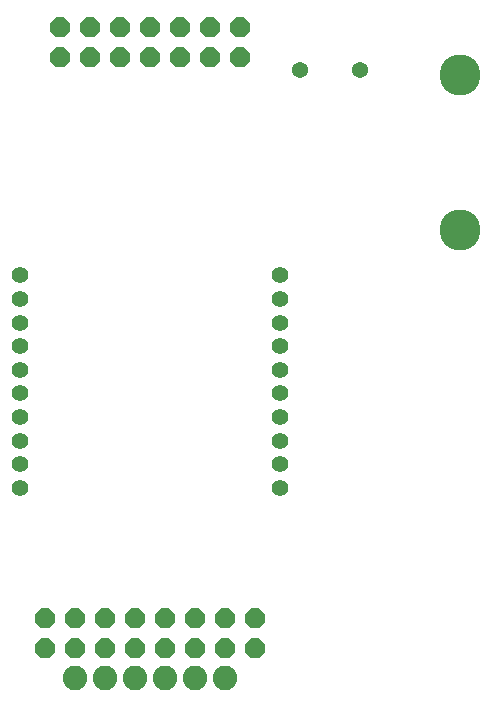
<source format=gbs>
G75*
G70*
%OFA0B0*%
%FSLAX24Y24*%
%IPPOS*%
%LPD*%
%AMOC8*
5,1,8,0,0,1.08239X$1,22.5*
%
%ADD10C,0.1370*%
%ADD11C,0.0540*%
%ADD12OC8,0.0660*%
%ADD13C,0.0560*%
%ADD14C,0.0820*%
D10*
X015999Y016470D03*
X015999Y021640D03*
D11*
X012680Y021805D03*
X010680Y021805D03*
D12*
X002180Y002555D03*
X002180Y003555D03*
X003180Y003555D03*
X003180Y002555D03*
X004180Y002555D03*
X004180Y003555D03*
X005180Y003555D03*
X005180Y002555D03*
X006180Y002555D03*
X006180Y003555D03*
X007180Y003555D03*
X007180Y002555D03*
X008180Y002555D03*
X008180Y003555D03*
X009180Y003555D03*
X009180Y002555D03*
X008680Y022235D03*
X008680Y023235D03*
X007680Y023235D03*
X007680Y022235D03*
X006680Y022235D03*
X006680Y023235D03*
X005680Y023235D03*
X005680Y022235D03*
X004680Y022235D03*
X004680Y023235D03*
X003680Y023235D03*
X003680Y022235D03*
X002680Y022235D03*
X002680Y023235D03*
D13*
X001349Y014973D03*
X001349Y014186D03*
X001349Y013399D03*
X001349Y012611D03*
X001349Y011824D03*
X001349Y011036D03*
X001349Y010249D03*
X001349Y009461D03*
X001349Y008674D03*
X001349Y007887D03*
X010011Y007887D03*
X010011Y008674D03*
X010011Y009461D03*
X010011Y010249D03*
X010011Y011036D03*
X010011Y011824D03*
X010011Y012611D03*
X010011Y013399D03*
X010011Y014186D03*
X010011Y014973D03*
D14*
X008180Y001555D03*
X007180Y001555D03*
X006180Y001555D03*
X005180Y001555D03*
X004180Y001555D03*
X003180Y001555D03*
M02*

</source>
